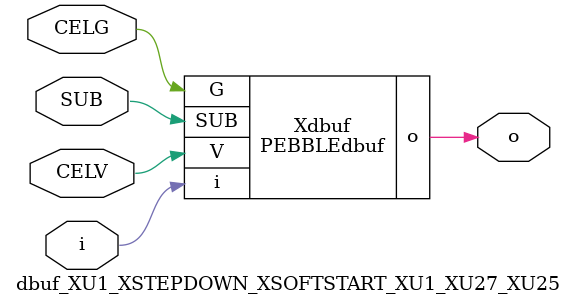
<source format=v>



module PEBBLEdbuf ( o, G, SUB, V, i );

  input V;
  input i;
  input G;
  output o;
  input SUB;
endmodule

//Celera Confidential Do Not Copy dbuf_XU1_XSTEPDOWN_XSOFTSTART_XU1_XU27_XU25
//Celera Confidential Symbol Generator
//Digital Buffer
module dbuf_XU1_XSTEPDOWN_XSOFTSTART_XU1_XU27_XU25 (CELV,CELG,i,o,SUB);
input CELV;
input CELG;
input i;
input SUB;
output o;

//Celera Confidential Do Not Copy dbuf
PEBBLEdbuf Xdbuf(
.V (CELV),
.i (i),
.o (o),
.SUB (SUB),
.G (CELG)
);
//,diesize,PEBBLEdbuf

//Celera Confidential Do Not Copy Module End
//Celera Schematic Generator
endmodule

</source>
